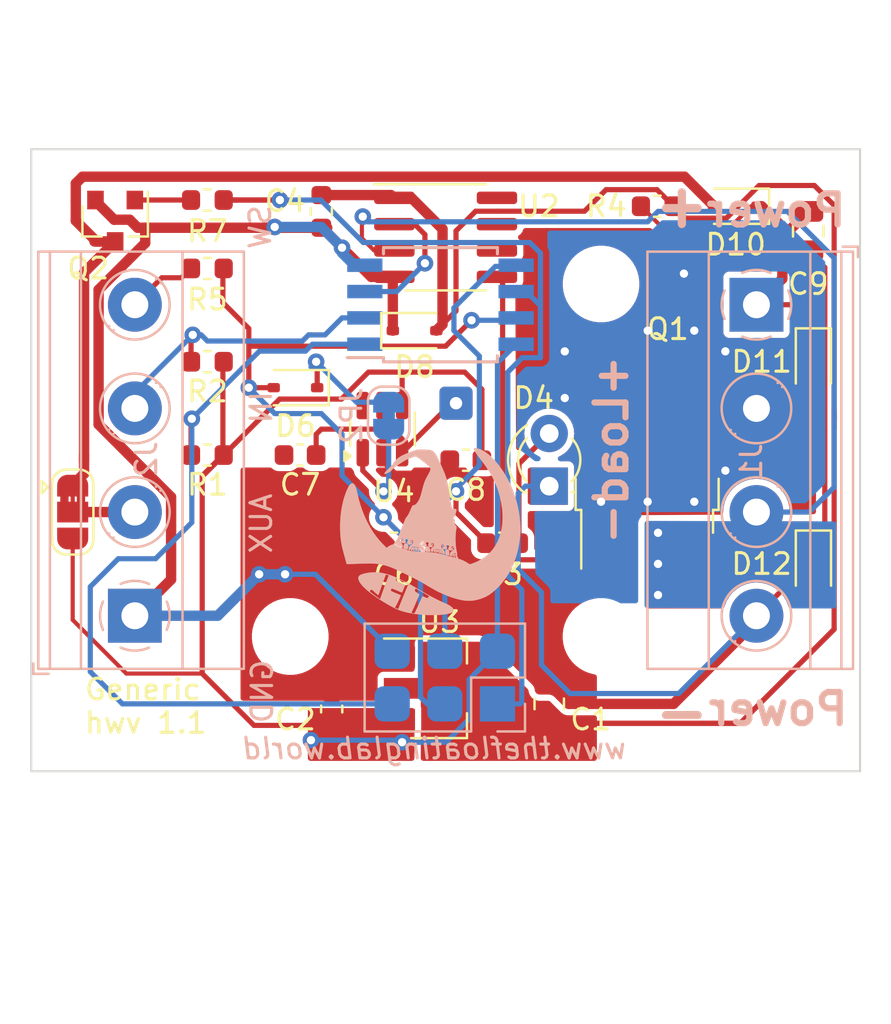
<source format=kicad_pcb>
(kicad_pcb
	(version 20240108)
	(generator "pcbnew")
	(generator_version "8.0")
	(general
		(thickness 1.6)
		(legacy_teardrops no)
	)
	(paper "A4")
	(layers
		(0 "F.Cu" signal)
		(31 "B.Cu" signal)
		(32 "B.Adhes" user "B.Adhesive")
		(33 "F.Adhes" user "F.Adhesive")
		(34 "B.Paste" user)
		(35 "F.Paste" user)
		(36 "B.SilkS" user "B.Silkscreen")
		(37 "F.SilkS" user "F.Silkscreen")
		(38 "B.Mask" user)
		(39 "F.Mask" user)
		(40 "Dwgs.User" user "User.Drawings")
		(41 "Cmts.User" user "User.Comments")
		(42 "Eco1.User" user "User.Eco1")
		(43 "Eco2.User" user "User.Eco2")
		(44 "Edge.Cuts" user)
		(45 "Margin" user)
		(46 "B.CrtYd" user "B.Courtyard")
		(47 "F.CrtYd" user "F.Courtyard")
		(48 "B.Fab" user)
		(49 "F.Fab" user)
	)
	(setup
		(pad_to_mask_clearance 0)
		(allow_soldermask_bridges_in_footprints no)
		(aux_axis_origin 91.5 105)
		(grid_origin 91.5 105)
		(pcbplotparams
			(layerselection 0x00010fc_ffffffff)
			(plot_on_all_layers_selection 0x0000000_00000000)
			(disableapertmacros no)
			(usegerberextensions yes)
			(usegerberattributes no)
			(usegerberadvancedattributes no)
			(creategerberjobfile no)
			(dashed_line_dash_ratio 12.000000)
			(dashed_line_gap_ratio 3.000000)
			(svgprecision 4)
			(plotframeref no)
			(viasonmask no)
			(mode 1)
			(useauxorigin no)
			(hpglpennumber 1)
			(hpglpenspeed 20)
			(hpglpendiameter 15.000000)
			(pdf_front_fp_property_popups yes)
			(pdf_back_fp_property_popups yes)
			(dxfpolygonmode yes)
			(dxfimperialunits yes)
			(dxfusepcbnewfont yes)
			(psnegative no)
			(psa4output no)
			(plotreference yes)
			(plotvalue yes)
			(plotfptext yes)
			(plotinvisibletext no)
			(sketchpadsonfab no)
			(subtractmaskfromsilk yes)
			(outputformat 1)
			(mirror no)
			(drillshape 0)
			(scaleselection 1)
			(outputdirectory "")
		)
	)
	(net 0 "")
	(net 1 "Net-(D12-A)")
	(net 2 "Net-(D10-A)")
	(net 3 "Net-(D6-A)")
	(net 4 "Net-(J3-Pin_1)")
	(net 5 "Net-(J3-Pin_5)")
	(net 6 "Net-(J3-Pin_2)")
	(net 7 "Net-(J3-Pin_4)")
	(net 8 "Net-(J2-Pin_4)")
	(net 9 "Net-(J2-Pin_3)")
	(net 10 "Net-(D11-A)")
	(net 11 "Net-(D10-K)")
	(net 12 "Net-(D12-K)")
	(net 13 "Net-(D8-A2)")
	(net 14 "Net-(D4-A)")
	(net 15 "Net-(Q2-G)")
	(net 16 "Net-(Q1-G)")
	(net 17 "Net-(JP2-B)")
	(net 18 "Net-(J4-Pin_1)")
	(net 19 "unconnected-(U4-Toggle-Pad6)")
	(net 20 "Net-(U1-XTAL2{slash}PB4)")
	(net 21 "unconnected-(U2-NC-Pad8)")
	(net 22 "unconnected-(U2-NC-Pad6)")
	(net 23 "unconnected-(U2-NC-Pad7)")
	(net 24 "Net-(D6-K)")
	(net 25 "Net-(JP4-B)")
	(footprint "Capacitor_SMD:C_0805_2012Metric" (layer "F.Cu") (at 76.5 101.75 90))
	(footprint "Capacitor_SMD:C_0603_1608Metric" (layer "F.Cu") (at 66 102 90))
	(footprint "Capacitor_SMD:C_0603_1608Metric" (layer "F.Cu") (at 65.5 78 -90))
	(footprint "Package_TO_SOT_SMD:TO-252-2" (layer "F.Cu") (at 81.225 89.925 90))
	(footprint "Resistor_SMD:R_0603_1608Metric" (layer "F.Cu") (at 60 89.75 180))
	(footprint "Resistor_SMD:R_0603_1608Metric" (layer "F.Cu") (at 60 85.25 180))
	(footprint "Resistor_SMD:R_0603_1608Metric" (layer "F.Cu") (at 74.25 94))
	(footprint "Package_SO:SOIC-8_3.9x4.9mm_P1.27mm" (layer "F.Cu") (at 71.5 79.25))
	(footprint "Package_TO_SOT_SMD:SOT-89-3" (layer "F.Cu") (at 70.75 101))
	(footprint "MountingHole:MountingHole_3.2mm_M3_DIN965" (layer "F.Cu") (at 79 98.5 180))
	(footprint "MountingHole:MountingHole_3.2mm_M3_DIN965" (layer "F.Cu") (at 79 81.5 180))
	(footprint "MountingHole:MountingHole_3.2mm_M3_DIN965" (layer "F.Cu") (at 64 98.5 180))
	(footprint "MountingHole:MountingHole_3.2mm_M3_DIN965" (layer "F.Cu") (at 64 81.5 180))
	(footprint "Capacitor_SMD:C_0603_1608Metric" (layer "F.Cu") (at 69 94 180))
	(footprint "Resistor_SMD:R_0603_1608Metric" (layer "F.Cu") (at 81.7125 77.75))
	(footprint "Resistor_SMD:R_0603_1608Metric" (layer "F.Cu") (at 60 80.75))
	(footprint "LED_THT:LED_D3.0mm" (layer "F.Cu") (at 76.5 91.25 90))
	(footprint "Package_TO_SOT_SMD:SOT-23" (layer "F.Cu") (at 55.55 78.45 -90))
	(footprint "Resistor_SMD:R_0603_1608Metric" (layer "F.Cu") (at 60 77.45))
	(footprint "Diode_SMD:D_SOD-323" (layer "F.Cu") (at 85.5 77.75 180))
	(footprint "Diode_SMD:D_SOD-323" (layer "F.Cu") (at 89.25 95 -90))
	(footprint "Capacitor_SMD:C_0805_2012Metric" (layer "F.Cu") (at 89 78.95 -90))
	(footprint "Capacitor_SMD:C_0603_1608Metric" (layer "F.Cu") (at 72.475 90 180))
	(footprint "Package_TO_SOT_SMD:SOT-23-6" (layer "F.Cu") (at 68.45 88.5 90))
	(footprint "Diode_SMD:D_SOD-323" (layer "F.Cu") (at 64.25 86.5 180))
	(footprint "Diode_SMD:D_SOD-323" (layer "F.Cu") (at 70 83.75))
	(footprint "Capacitor_SMD:C_0603_1608Metric" (layer "F.Cu") (at 64.475 89.75 180))
	(footprint "Jumper:SolderJumper-3_P1.3mm_Bridged2Bar12_RoundedPad1.0x1.5mm" (layer "F.Cu") (at 53.5 92.5 -90))
	(footprint "Diode_SMD:D_SOD-323" (layer "F.Cu") (at 89.25 85.25 -90))
	(footprint "TerminalBlock_Phoenix:TerminalBlock_Phoenix_MKDS-1,5-4_1x04_P5.00mm_Horizontal" (layer "B.Cu") (at 86.5 82.5 -90))
	(footprint "TerminalBlock_Phoenix:TerminalBlock_Phoenix_MKDS-1,5-4_1x04_P5.00mm_Horizontal" (layer "B.Cu") (at 56.5 97.5 90))
	(footprint "Package_SO:SOIJ-8_5.3x5.3mm_P1.27mm" (layer "B.Cu") (at 71.25 82.5))
	(footprint "projects:SPI_programmer" (layer "B.Cu") (at 74 101.75 90))
	(footprint "projects:tfl-logo09mm"
		(layer "B.Cu")
		(uuid "00000000-0000-0000-0000-000062d9b389")
		(at 70.75 93.5 180)
		(property "Reference" "G***"
			(at 0 0 0)
			(layer "B.SilkS")
			(hide yes)
			(uuid "36487603-55fa-43be-add4-3245a6fadb9d")
			(effects
				(font
					(size 1.524 1.524)
					(thickness 0.3)
				)
				(justify mirror)
			)
		)
		(property "Value" "LOGO"
			(at 0.75 0 0)
			(layer "B.SilkS")
			(hide yes)
			(uuid "74a1f3e5-0417-436e-abac-43fd02b6ca4c")
			(effects
				(font
					(size 1.524 1.524)
					(thickness 0.3)
				)
				(justify mirror)
			)
		)
		(property "Footprint" ""
			(at 0 0 180)
			(unlocked yes)
			(layer "F.Fab")
			(hide yes)
			(uuid "15a3ee32-0a15-44d4-92c4-118949651eee")
			(effects
				(font
					(size 1.27 1.27)
				)
			)
		)
		(property "Datasheet" ""
			(at 0 0 180)
			(unlocked yes)
			(layer "F.Fab")
			(hide yes)
			(uuid "36b6d898-14fa-4629-910b-2327f7ca0def")
			(effects
				(font
					(size 1.27 1.27)
				)
			)
		)
		(property "Description" ""
			(at 0 0 180)
			(unlocked yes)
			(layer "F.Fab")
			(hide yes)
			(uuid "62c5e325-4c91-4f13-b809-96e2af7ba984")
			(effects
				(font
					(size 1.27 1.27)
				)
			)
		)
		(attr through_hole)
		(fp_poly
			(pts
				(xy 1.634858 -0.564263) (xy 1.631692 -0.579127) (xy 1.615642 -0.599642) (xy 1.594886 -0.614451)
				(xy 1.574697 -0.619204) (xy 1.561042 -0.613833) (xy 1.555889 -0.59961) (xy 1.565527 -0.583518) (xy 1.581547 -0.571413)
				(xy 1.608015 -0.55894) (xy 1.626375 -0.557046) (xy 1.634858 -0.564263)
			)
			(stroke
				(width 0.01)
				(type solid)
			)
			(fill solid)
			(layer "B.SilkS")
			(uuid "4fb64168-c6a8-4110-8584-b712ecd86f1c")
		)
		(fp_poly
			(pts
				(xy 1.379867 -0.299565) (xy 1.395796 -0.313834) (xy 1.396775 -0.315048) (xy 1.413578 -0.336409)
				(xy 1.395367 -0.346517) (xy 1.372511 -0.35482) (xy 1.34995 -0.35631) (xy 1.333208 -0.351093) (xy 1.328409 -0.34522)
				(xy 1.329297 -0.328673) (xy 1.33941 -0.310472) (xy 1.354262 -0.29696) (xy 1.364857 -0.293688) (xy 1.379867 -0.299565)
			)
			(stroke
				(width 0.01)
				(type solid)
			)
			(fill solid)
			(layer "B.SilkS")
			(uuid "863c7c41-8afd-44ae-a32d-00ff2a042d47")
		)
		(fp_poly
			(pts
				(xy 0.800854 -0.801242) (xy 0.815158 -0.814709) (xy 0.822995 -0.832941) (xy 0.822698 -0.849947)
				(xy 0.816652 -0.85798) (xy 0.794063 -0.865128) (xy 0.768805 -0.863332) (xy 0.748082 -0.85356) (xy 0.742984 -0.848085)
				(xy 0.736599 -0.828674) (xy 0.742663 -0.811544) (xy 0.757756 -0.799461) (xy 0.778458 -0.795194)
				(xy 0.800854 -0.801242)
			)
			(stroke
				(width 0.01)
				(type solid)
			)
			(fill solid)
			(layer "B.SilkS")
			(uuid "76e2965c-453f-4d59-8473-2e565f33c4df")
		)
		(fp_poly
			(pts
				(xy -0.283858 -0.888218) (xy -0.277222 -0.893503) (xy -0.263722 -0.91338) (xy -0.265677 -0.933057)
				(xy -0.279579 -0.948081) (xy -0.301749 -0.959167) (xy -0.316952 -0.956939) (xy -0.322277 -0.949287)
				(xy -0.324537 -0.933947) (xy -0.324076 -0.912326) (xy -0.324012 -0.911649) (xy -0.316937 -0.889895)
				(xy -0.302748 -0.881773) (xy -0.283858 -0.888218)
			)
			(stroke
				(width 0.01)
				(type solid)
			)
			(fill solid)
			(layer "B.SilkS")
			(uuid "e7d5acd0-f6e9-4627-84fe-38e2d302a6a6")
		)
		(fp_poly
			(pts
				(xy -0.59727 -0.600327) (xy -0.584009 -0.612469) (xy -0.578779 -0.627392) (xy -0.583678 -0.640744)
				(xy -0.591993 -0.646057) (xy -0.614331 -0.650699) (xy -0.634736 -0.648788) (xy -0.64706 -0.641037)
				(xy -0.647767 -0.639589) (xy -0.647501 -0.621202) (xy -0.63666 -0.604384) (xy -0.619784 -0.595557)
				(xy -0.616464 -0.595313) (xy -0.59727 -0.600327)
			)
			(stroke
				(width 0.01)
				(type solid)
			)
			(fill solid)
			(layer "B.SilkS")
			(uuid "a99657d4-b3d6-40a3-9b7c-5cea57a40839")
		)
		(fp_poly
			(pts
				(xy -1.160612 -1.109819) (xy -1.15492 -1.134364) (xy -1.154906 -1.135928) (xy -1.156549 -1.154468)
				(xy -1.164417 -1.162569) (xy -1.179124 -1.165213) (xy -1.205134 -1.161329) (xy -1.217543 -1.151891)
				(xy -1.227293 -1.131862) (xy -1.222986 -1.112982) (xy -1.206059 -1.099855) (xy -1.200774 -1.098193)
				(xy -1.176136 -1.097565) (xy -1.160612 -1.109819)
			)
			(stroke
				(width 0.01)
				(type solid)
			)
			(fill solid)
			(layer "B.SilkS")
			(uuid "3965e031-e759-4708-a201-4ec65c8cbb93")
		)
		(fp_poly
			(pts
				(xy -0.100298 -0.526331) (xy -0.091441 -0.536418) (xy -0.087277 -0.553119) (xy -0.088974 -0.568549)
				(xy -0.093266 -0.573903) (xy -0.104765 -0.578061) (xy -0.121221 -0.582504) (xy -0.139069 -0.583843)
				(xy -0.147882 -0.575569) (xy -0.148281 -0.574585) (xy -0.148178 -0.555812) (xy -0.13723 -0.53835)
				(xy -0.120065 -0.526853) (xy -0.101307 -0.52597) (xy -0.100298 -0.526331)
			)
			(stroke
				(width 0.01)
				(type solid)
			)
			(fill solid)
			(layer "B.SilkS")
			(uuid "cdf53191-e7fc-448a-a23c-b7a9fe0debd2")
		)
		(fp_poly
			(pts
				(xy -1.10268 -0.686303) (xy -1.08419 -0.692569) (xy -1.066697 -0.701717) (xy -1.056429 -0.710894)
				(xy -1.055687 -0.713349) (xy -1.06259 -0.727163) (xy -1.07919 -0.73859) (xy -1.099325 -0.745067)
				(xy -1.116831 -0.744036) (xy -1.121833 -0.740833) (xy -1.126776 -0.727653) (xy -1.126503 -0.708892)
				(xy -1.121839 -0.692246) (xy -1.115935 -0.68577) (xy -1.10268 -0.686303)
			)
			(stroke
				(width 0.01)
				(type solid)
			)
			(fill solid)
			(layer "B.SilkS")
			(uuid "68c84814-edd8-4d97-a823-d4dc020a9b33")
		)
		(fp_poly
			(pts
				(xy 0.89653 -0.390561) (xy 0.912937 -0.398175) (xy 0.924297 -0.413145) (xy 0.92822 -0.430053) (xy 0.922319 -0.443482)
				(xy 0.920462 -0.444846) (xy 0.902353 -0.45103) (xy 0.879682 -0.452421) (xy 0.858638 -0.449402) (xy 0.845408 -0.442354)
				(xy 0.84409 -0.440127) (xy 0.845609 -0.424664) (xy 0.857514 -0.408321) (xy 0.875202 -0.395449) (xy 0.894071 -0.390398)
				(xy 0.89653 -0.390561)
			)
			(stroke
				(width 0.01)
				(type solid)
			)
			(fill solid)
			(layer "B.SilkS")
			(uuid "d7f537cb-1de3-4e5b-aad2-e97b30082e26")
		)
		(fp_poly
			(pts
				(xy 0.599929 -0.806021) (xy 0.614389 -0.818905) (xy 0.619125 -0.837811) (xy 0.612994 -0.860943)
				(xy 0.594285 -0.875206) (xy 0.562527 -0.880918) (xy 0.555058 -0.881063) (xy 0.531366 -0.880151)
				(xy 0.519639 -0.876422) (xy 0.516026 -0.86838) (xy 0.515938 -0.865893) (xy 0.522245 -0.850659) (xy 0.53809 -0.832606)
				(xy 0.558852 -0.816099) (xy 0.579776 -0.805549) (xy 0.599929 -0.806021)
			)
			(stroke
				(width 0.01)
				(type solid)
			)
			(fill solid)
			(layer "B.SilkS")
			(uuid "7c631d6e-0bf8-4291-b7a8-3d451284856b")
		)
		(fp_poly
			(pts
				(xy 0.390267 -0.461722) (xy 0.403852 -0.46718) (xy 0.408572 -0.481443) (xy 0.408781 -0.488156) (xy 0.407486 -0.503215)
				(xy 0.400658 -0.510586) (xy 0.383886 -0.513702) (xy 0.375047 -0.51441) (xy 0.353606 -0.514914) (xy 0.343727 -0.511267)
				(xy 0.341313 -0.501929) (xy 0.341313 -0.501749) (xy 0.348268 -0.482398) (xy 0.36522 -0.467356) (xy 0.3863 -0.461425)
				(xy 0.390267 -0.461722)
			)
			(stroke
				(width 0.01)
				(type solid)
			)
			(fill solid)
			(layer "B.SilkS")
			(uuid "ad9d89c2-a4da-4e43-b780-fc5c4ccdb70c")
		)
		(fp_poly
			(pts
				(xy -0.425915 -0.91251) (xy -0.421155 -0.927812) (xy -0.420687 -0.940316) (xy -0.422036 -0.956733)
				(xy -0.428725 -0.966858) (xy -0.444718 -0.974877) (xy -0.45782 -0.979535) (xy -0.481233 -0.987493)
				(xy -0.493736 -0.991004) (xy -0.499535 -0.990462) (xy -0.502839 -0.986263) (xy -0.504247 -0.983901)
				(xy -0.504015 -0.970674) (xy -0.493622 -0.952605) (xy -0.476033 -0.933785) (xy -0.45852 -0.920782)
				(xy -0.437628 -0.910549) (xy -0.425915 -0.91251)
			)
			(stroke
				(width 0.01)
				(type solid)
			)
			(fill solid)
			(layer "B.SilkS")
			(uuid "3228e1e0-249b-4f33-b871-1ed20a8deaa0")
		)
		(fp_poly
			(pts
				(xy 0.15707 -0.64574) (xy 0.191922 -0.658439) (xy 0.217219 -0.682932) (xy 0.232559 -0.718042) (xy 0.237538 -0.76259)
				(xy 0.231752 -0.815399) (xy 0.224905 -0.843793) (xy 0.216082 -0.869686) (xy 0.204702 -0.888239)
				(xy 0.188178 -0.900639) (xy 0.163923 -0.908074) (xy 0.129351 -0.911732) (xy 0.081875 -0.912802)
				(xy 0.074641 -0.912813) (xy -0.009977 -0.912813) (xy -0.006335 -0.851297) (xy 0.001806 -0.793596)
				(xy 0.018292 -0.742458) (xy 0.041836 -0.701526) (xy 0.049997 -0.691873) (xy 0.079577 -0.667577)
				(xy 0.113478 -0.651168) (xy 0.146291 -0.644976) (xy 0.15707 -0.64574)
			)
			(stroke
				(width 0.01)
				(type solid)
			)
			(fill solid)
			(layer "B.SilkS")
			(uuid "0c374d69-3ec8-4ac8-b379-069ecbdbc655")
		)
		(fp_poly
			(pts
				(xy -0.781319 -0.804308) (xy -0.758968 -0.818424) (xy -0.743774 -0.837526) (xy -0.734824 -0.86427)
				(xy -0.731205 -0.901313) (xy -0.731864 -0.948258) (xy -0.73417 -0.98379) (xy -0.737488 -1.014468)
				(xy -0.741294 -1.03608) (xy -0.743651 -1.043047) (xy -0.755583 -1.053138) (xy -0.779249 -1.064938)
				(xy -0.810516 -1.076453) (xy -0.856566 -1.089413) (xy -0.889546 -1.094624) (xy -0.910205 -1.092153)
				(xy -0.917583 -1.08614) (xy -0.921882 -1.071038) (xy -0.924988 -1.044314) (xy -0.926837 -1.010182)
				(xy -0.927367 -0.972854) (xy -0.926515 -0.936543) (xy -0.924215 -0.905463) (xy -0.920612 -0.884537)
				(xy -0.903562 -0.846053) (xy -0.878188 -0.817432) (xy -0.847107 -0.80018) (xy -0.812936 -0.795805)
				(xy -0.781319 -0.804308)
			)
			(stroke
				(width 0.01)
				(type solid)
			)
			(fill solid)
			(layer "B.SilkS")
			(uuid "d437b766-082d-43ca-8be4-71f3b2c6451c")
		)
		(fp_poly
			(pts
				(xy 1.219701 -0.516207) (xy 1.229557 -0.522115) (xy 1.248243 -0.543462) (xy 1.265187 -0.576099)
				(xy 1.278671 -0.61544) (xy 1.286976 -0.656901) (xy 1.288739 -0.679999) (xy 1.287313 -0.712364) (xy 1.279828 -0.73665)
				(xy 1.263996 -0.755334) (xy 1.237528 -0.770893) (xy 1.198133 -0.785805) (xy 1.187918 -0.789113)
				(xy 1.155883 -0.799278) (xy 1.135275 -0.80534) (xy 1.122338 -0.807839) (xy 1.113317 -0.807312) (xy 1.104455 -0.804297)
				(xy 1.098622 -0.801907) (xy 1.083867 -0.789828) (xy 1.073739 -0.772645) (xy 1.065122 -0.743305)
				(xy 1.057904 -0.708173) (xy 1.052859 -0.672609) (xy 1.05076 -0.641974) (xy 1.05211 -0.622689) (xy 1.064002 -0.589662)
				(xy 1.082559 -0.557494) (xy 1.104257 -0.531497) (xy 1.120875 -0.519034) (xy 1.153517 -0.508694)
				(xy 1.188615 -0.507813) (xy 1.219701 -0.516207)
			)
			(stroke
				(width 0.01)
				(type solid)
			)
			(fill solid)
			(layer "B.SilkS")
			(uuid "5008fdbc-78b6-4a28-99d7-0005828ebe2d")
		)
		(fp_poly
			(pts
				(xy 0.832223 -0.712054) (xy 0.868347 -0.72202) (xy 0.894303 -0.738674) (xy 0.911326 -0.76248) (xy 0.920656 -0.793901)
				(xy 0.923229 -0.819674) (xy 0.923351 -0.840874) (xy 0.919156 -0.851008) (xy 0.907568 -0.854838)
				(xy 0.899957 -0.855691) (xy 0.881994 -0.85499) (xy 0.869305 -0.846006) (xy 0.859245 -0.831067) (xy 0.839081 -0.808358)
				(xy 0.809699 -0.788158) (xy 0.777537 -0.774172) (xy 0.753074 -0.769938) (xy 0.726052 -0.775241)
				(xy 0.710002 -0.791601) (xy 0.704357 -0.819691) (xy 0.70447 -0.827865) (xy 0.702099 -0.856649) (xy 0.692931 -0.874824)
				(xy 0.678247 -0.880305) (xy 0.67297 -0.879168) (xy 0.665243 -0.870348) (xy 0.655365 -0.850809) (xy 0.646906 -0.828808)
				(xy 0.637165 -0.802509) (xy 0.628577 -0.787867) (xy 0.618265 -0.781186) (xy 0.60835 -0.77925) (xy 0.57953 -0.780863)
				(xy 0.552225 -0.793651) (xy 0.523974 -0.819105) (xy 0.504815 -0.842017) (xy 0.479461 -0.87104) (xy 0.458212 -0.886449)
				(xy 0.439018 -0.889266) (xy 0.423105 -0.882725) (xy 0.417596 -0.872358) (xy 0.419448 -0.851146)
				(xy 0.420594 -0.845758) (xy 0.432657 -0.81121) (xy 0.452689 -0.783134) (xy 0.482212 -0.760682) (xy 0.522748 -0.743006)
				(xy 0.575817 -0.729257) (xy 0.642943 -0.718588) (xy 0.650457 -0.717662) (xy 0.724516 -0.710338)
				(xy 0.784692 -0.708315) (xy 0.832223 -0.712054)
			)
			(stroke
				(width 0.01)
				(type solid)
			)
			(fill solid)
			(layer "B.SilkS")
			(uuid "f7020f42-469c-4c01-b87b-ecd115faa5ce")
		)
		(fp_poly
			(pts
				(xy -0.185574 -0.81587) (xy -0.176558 -0.839441) (xy -0.174625 -0.866276) (xy -0.176235 -0.892785)
				(xy -0.180315 -0.914622) (xy -0.182842 -0.921272) (xy -0.195861 -0.933785) (xy -0.211632 -0.935518)
				(xy -0.223911 -0.926366) (xy -0.22582 -0.922005) (xy -0.238702 -0.900589) (xy -0.259695 -0.882273)
				(xy -0.28264 -0.871956) (xy -0.289817 -0.871141) (xy -0.312212 -0.877953) (xy -0.335694 -0.895758)
				(xy -0.355983 -0.920609) (xy -0.366755 -0.942113) (xy -0.375253 -0.960919) (xy -0.381811 -0.967848)
				(xy -0.384555 -0.962024) (xy -0.38318 -0.949774) (xy -0.386675 -0.927332) (xy -0.398796 -0.908884)
				(xy -0.414305 -0.894083) (xy -0.428989 -0.890319) (xy -0.440974 -0.892371) (xy -0.458708 -0.901053)
				(xy -0.479929 -0.917147) (xy -0.500564 -0.936738) (xy -0.516541 -0.955914) (xy -0.523786 -0.97076)
				(xy -0.523875 -0.972031) (xy -0.530093 -0.982859) (xy -0.545537 -0.996145) (xy -0.550609 -0.999478)
				(xy -0.569982 -1.011014) (xy -0.58058 -1.015242) (xy -0.586966 -1.013461) (xy -0.590021 -1.010708)
				(xy -0.594849 -0.999464) (xy -0.592291 -0.980879) (xy -0.58183 -0.952628) (xy -0.572464 -0.932011)
				(xy -0.557358 -0.904224) (xy -0.540967 -0.880356) (xy -0.528785 -0.867346) (xy -0.510566 -0.857679)
				(xy -0.480016 -0.847976) (xy -0.436233 -0.83803) (xy -0.378311 -0.827631) (xy -0.313531 -0.817741)
				(xy -0.280645 -0.812904) (xy -0.249805 -0.808181) (xy -0.229584 -0.804909) (xy -0.202902 -0.804746)
				(xy -0.185574 -0.81587)
			)
			(stroke
				(width 0.01)
				(type solid)
			)
			(fill solid)
			(layer "B.SilkS")
			(uuid "efeece9f-ebc3-4c0d-9b64-150bb86fcf57")
		)
		(fp_poly
			(pts
				(xy 2.74704 -1.909565) (xy 2.821699 -1.912193) (xy 2.889304 -1.916619) (xy 2.946051 -1.922843) (xy 2.948781 -1.923238)
				(xy 3.061587 -1.941554) (xy 3.159156 -1.961366) (xy 3.242089 -1.983055) (xy 3.310984 -2.006999)
				(xy 3.36644 -2.033579) (xy 3.409058 -2.063174) (xy 3.439437 -2.096165) (xy 3.458175 -2.132931) (xy 3.465873 -2.173851)
				(xy 3.463129 -2.219306) (xy 3.45758 -2.245629) (xy 3.432689 -2.315521) (xy 3.392661 -2.390036) (xy 3.33753 -2.469129)
				(xy 3.267332 -2.552756) (xy 3.182103 -2.640872) (xy 3.081877 -2.733434) (xy 3.042878 -2.767199)
				(xy 2.934897 -2.856063) (xy 2.817759 -2.946649) (xy 2.693189 -3.037909) (xy 2.562911 -3.128791)
				(xy 2.428649 -3.218248) (xy 2.292127 -3.305228) (xy 2.15507 -3.388683) (xy 2.019201 -3.467563) (xy 1.886246 -3.540818)
				(xy 1.757928 -3.607399) (xy 1.635971 -3.666255) (xy 1.522101 -3.716339) (xy 1.41804 -3.756599) (xy 1.416844 -3.757023)
				(xy 1.294449 -3.7961) (xy 1.158452 -3.831764) (xy 1.010801 -3.863799) (xy 0.853441 -3.891989) (xy 0.688321 -3.916117)
				(xy 0.517387 -3.935969) (xy 0.342588 -3.951327) (xy 0.16587 -3.961976) (xy -0.010819 -3.9677) (xy -0.185532 -3.968282)
				(xy -0.356321 -3.963507) (xy -0.416719 -3.960421) (xy -0.509511 -3.953841) (xy -0.601286 -3.944994)
				(xy -0.689698 -3.934242) (xy -0.7724 -3.921945) (xy -0.847047 -3.908462) (xy -0.911293 -3.894155)
				(xy -0.96279 -3.879383) (xy -0.9767 -3.874425) (xy -1.037108 -3.846594) (xy -1.082177 -3.815134)
				(xy -1.111924 -3.780434) (xy -1.126367 -3.742885) (xy -1.125525 -3.702879) (xy -1.109415 -3.660805)
				(xy -1.078056 -3.617055) (xy -1.031464 -3.572019) (xy -0.969659 -3.526087) (xy -0.960437 -3.520026)
				(xy -0.917875 -3.493964) (xy -0.869728 -3.46761) (xy -0.813717 -3.439841) (xy -0.74756 -3.409535)
				(xy -0.668976 -3.375569) (xy -0.654844 -3.369614) (xy -0.566589 -3.330937) (xy -0.466686 -3.284281)
				(xy -0.356696 -3.230472) (xy -0.238181 -3.170336) (xy -0.112702 -3.104697) (xy -0.026338 -3.058298)
				(xy 0.051483 -3.058298) (xy 0.055032 -3.067144) (xy 0.06262 -3.078285) (xy 0.064167 -3.08049) (xy 0.092137 -3.11732)
				(xy 0.115295 -3.140339) (xy 0.134666 -3.150495) (xy 0.140641 -3.151188) (xy 0.154411 -3.147906)
				(xy 0.179235 -3.138908) (xy 0.211913 -3.125464) (xy 0.249243 -3.108842) (xy 0.260054 -3.103811)
				(xy 0.296672 -3.08715) (xy 0.328111 -3.073882) (xy 0.351653 -3.065075) (xy 0.36458 -3.061798) (xy 0.366079 -3.062139)
				(xy 0.370344 -3.070284) (xy 0.380561 -3.091442) (xy 0.396066 -3.124193) (xy 0.416198 -3.167118)
				(xy 0.440291 -3.218799) (xy 0.467685 -3.277816) (xy 0.497714 -3.342751) (xy 0.529716 -3.412184)
				(xy 0.531975 -3.417094) (xy 0.565211 -3.489222) (xy 0.597443 -3.558953) (xy 0.627859 -3.624551)
				(xy 0.655651 -3.684275) (xy 0.680006 -3.736386) (xy 0.700115 -3.779147) (xy 0.715166 -3.810817)
				(xy 0.72386 -3.828685) (xy 0.75507 -3.891026) (xy 0.792269 -3.885584) (xy 0.825043 -3.880222) (xy 0.859497 -3.873776)
				(xy 0.866629 -3.872311) (xy 0.903789 -3.86448) (xy 0.892388 -3.832167) (xy 0.882726 -3.808647) (xy 0.868316 -3.777944)
				(xy 0.852263 -3.746673) (xy 0.852133 -3.746431) (xy 0.843185 -3.728359) (xy 0.82878 -3.697371) (xy 0.809667 -3.655162)
				(xy 0.786599 -3.603426) (xy 0.760327 -3.543858) (xy 0.731602 -3.478153) (xy 0.701175 -3.408005)
				(xy 0.670511 -3.33677) (xy 0.517743 -2.980531) (xy 0.546606 -2.954398) (xy 0.565173 -2.939158) (xy 0.59293 -2.918276)
				(xy 0.625766 -2.894781) (xy 0.65222 -2.876615) (xy 0.692212 -2.848558) (xy 0.719553 -2.825688) (xy 0.735521 -2.80558)
				(xy 0.741399 -2.785809) (xy 0.738465 -2.763951) (xy 0.727999 -2.737582) (xy 0.726882 -2.73522) (xy 0.714952 -2.711012)
				(xy 0.704858 -2.69194) (xy 0.700531 -2.684749) (xy 0.694807 -2.684012) (xy 0.681458 -2.688479) (xy 0.659513 -2.698655)
				(xy 0.627999 -2.715049) (xy 0.585947 -2.738167) (xy 0.532385 -2.768516) (xy 0.466341 -2.806603)
				(xy 0.459838 -2.810377) (xy 0.400476 -2.84481) (xy 0.341955 -2.878683) (xy 0.286604 -2.910656) (xy 0.23675 -2.939385)
				(xy 0.194721 -2.963529) (xy 0.162845 -2.981744) (xy 0.150813 -2.988564) (xy 0.109956 -3.01162) (xy 0.081209 -3.028409)
				(xy 0.062957 -3.040643) (xy 0.053586 -3.050035) (xy 0.051483 -3.058298) (xy -0.026338 -3.058298)
				(xy 0.018177 -3.034383) (xy 0.152897 -2.960217) (xy 0.289896 -2.883025) (xy 0.427611 -2.803634)
				(xy 0.531813 -2.742321) (xy 0.651391 -2.671576) (xy 0.759079 -2.608431) (xy 0.856412 -2.552022)
				(xy 0.944928 -2.501481) (xy 0.986685 -2.478074) (xy 1.049756 -2.478074) (xy 1.052765 -2.491127)
				(xy 1.061826 -2.512918) (xy 1.065717 -2.521671) (xy 1.074777 -2.542619) (xy 1.089104 -2.576542)
				(xy 1.108029 -2.621811) (xy 1.130883 -2.676795) (xy 1.156999 -2.739865) (xy 1.185707 -2.80939) (xy 1.216338 -2.883739)
				(xy 1.248225 -2.961283) (xy 1.280698 -3.040392) (xy 1.313089 -3.119436) (xy 1.344729 -3.196783)
				(xy 1.37495 -3.270805) (xy 1.403083 -3.33987) (xy 1.428459 -3.40235) (xy 1.45041 -3.456612) (xy 1.468267 -3.501029)
				(xy 1.481361 -3.533968) (xy 1.48882 -3.553249) (xy 1.506087 -3.598994) (xy 1.519247 -3.631762) (xy 1.529529 -3.653528)
				(xy 1.538161 -3.666266) (xy 1.546369 -3.671952) (xy 1.555382 -3.672559) (xy 1.562148 -3.671193)
				(xy 1.579453 -3.665341) (xy 1.605831 -3.654733) (xy 1.636048 -3.641492) (xy 1.640949 -3.639243)
				(xy 1.667818 -3.626243) (xy 1.688013 -3.615356) (xy 1.698087 -3.608477) (xy 1.698625 -3.607539)
				(xy 1.694763 -3.597616) (xy 1.684639 -3.578128) (xy 1.67044 -3.552949) (xy 1.654357 -3.525952) (xy 1.638579 -3.501008)
				(xy 1.637331 -3.49912) (xy 1.627851 -3.482788) (xy 1.613578 -3.455536) (xy 1.59546 -3.419395) (xy 1.574445 -3.3764)
				(xy 1.55148 -3.328582) (xy 1.527515 -3.277974) (xy 1.503496 -3.226608) (xy 1.480374 -3.176519) (xy 1.459094 -3.129737)
				(xy 1.440606 -3.088296) (xy 1.425858 -3.054228) (xy 1.415798 -3.029566) (xy 1.411373 -3.016343)
				(xy 1.411384 -3.014722) (xy 1.419849 -3.010384) (xy 1.441111 -3.000809) (xy 1.47329 -2.986804) (xy 1.514507 -2.969178)
				(xy 1.562879 -2.948741) (xy 1.616526 -2.926299) (xy 1.631156 -2.920216) (xy 1.699674 -2.891621)
				(xy 1.754954 -2.868138) (xy 1.7985 -2.848985) (xy 1.831813 -2.833375) (xy 1.856396 -2.820526) (xy 1.873751 -2.809652)
				(xy 1.885379 -2.799968) (xy 1.892783 -2.790691) (xy 1.897417 -2.781161) (xy 1.899797 -2.754751)
				(xy 1.889922 -2.728498) (xy 1.870898 -2.706566) (xy 1.845829 -2.693121) (xy 1.830081 -2.69085) (xy 1.816769 -2.693948)
				(xy 1.790943 -2.702702) (xy 1.754601 -2.716335) (xy 1.709744 -2.734068) (xy 1.658368 -2.755123)
				(xy 1.602474 -2.778723) (xy 1.584537 -2.786436) (xy 1.529022 -2.810215) (xy 1.478083 -2.831661)
				(xy 1.433572 -2.850023) (xy 1.397339 -2.864552) (xy 1.371235 -2.874497) (xy 1.357111 -2.87911) (xy 1.355263 -2.879306)
				(xy 1.350575 -2.871631) (xy 1.341247 -2.851638) (xy 1.328291 -2.821844) (xy 1.312717 -2.784768)
				(xy 1.295535 -2.742926) (xy 1.277756 -2.698837) (xy 1.260391 -2.655019) (xy 1.24445 -2.613988) (xy 1.230944 -2.578262)
				(xy 1.220883 -2.55036) (xy 1.215279 -2.532798) (xy 1.21446 -2.528534) (xy 1.221391 -2.523141) (xy 1.240932 -2.512153)
				(xy 1.271224 -2.496505) (xy 1.310408 -2.477133) (xy 1.356625 -2.454974) (xy 1.408015 -2.430964)
				(xy 1.410914 -2.429627) (xy 1.463904 -2.405021) (xy 1.513107 -2.381824) (xy 1.556383 -2.361073)
				(xy 1.591593 -2.343804) (xy 1.616596 -2.331054) (xy 1.629153 -2.323928) (xy 1.648281 -2.305689)
				(xy 1.655656 -2.283981) (xy 1.6516 -2.255922) (xy 1.640025 -2.226273) (xy 1.628046 -2.201741) (xy 1.619017 -2.189119)
				(xy 1.610113 -2.185534) (xy 1.60156 -2.187122) (xy 1.581671 -2.19463) (xy 1.550694 -2.208147) (xy 1.510678 -2.22664)
				(xy 1.46367 -2.249073) (xy 1.411718 -2.274413) (xy 1.356871 -2.301625) (xy 1.301175 -2.329675) (xy 1.246679 -2.357528)
				(xy 1.195431 -2.384149) (xy 1.149478 -2.408505) (xy 1.110867 -2.429561) (xy 1.081648 -2.446282)
				(xy 1.063867 -2.457634) (xy 1.060346 -2.460509) (xy 1.052413 -2.46934) (xy 1.049756 -2.478074) (xy 0.986685 -2.478074)
				(xy 1.026165 -2.455944) (xy 1.10166 -2.414545) (xy 1.172951 -2.376418) (xy 1.241574 -2.340697) (xy 1.277973 -2.322149)
				(xy 1.439281 -2.242785) (xy 1.590392 -2.173222) (xy 1.733079 -2.11283) (xy 1.869112 -2.060981) (xy 1.904354 -2.049175)
				(xy 1.996304 -2.049175) (xy 1.99848 -2.056925) (xy 2.005822 -2.078008) (xy 2.017781 -2.110949) (xy 2.033808 -2.15427)
				(xy 2.053353 -2.206494) (xy 2.075868 -2.266147) (xy 2.100802 -2.331749) (xy 2.12431 -2.393232) (xy 2.154453 -2.472465)
				(xy 2.185485 -2.555146) (xy 2.216356 -2.638406) (xy 2.246019 -2.719375) (xy 2.273423 -2.795185)
				(xy 2.297521 -2.862965) (xy 2.317264 -2.919846) (xy 2.323026 -2.936875) (xy 2.341817 -2.992322)
				(xy 2.359785 -3.044268) (xy 2.376087 -3.09036) (xy 2.389881 -3.128246) (xy 2.400325 -3.155573) (xy 2.406251 -3.169365)
				(xy 2.421585 -3.19945) (xy 2.486746 -3.153716) (xy 2.520524 -3.129909) (xy 2.561513 -3.100868) (xy 2.604033 -3.070626)
				(xy 2.635405 -3.048226) (xy 2.673345 -3.020566) (xy 2.718546 -2.98683) (xy 2.765887 -2.950879) (xy 2.81025 -2.916576)
				(xy 2.81932 -2.909463) (xy 2.919737 -2.830457) (xy 2.907534 -2.806275) (xy 2.886667 -2.772792) (xy 2.864152 -2.753435)
				(xy 2.837853 -2.746463) (xy 2.83407 -2.746375) (xy 2.819363 -2.747204) (xy 2.805518 -2.750653) (xy 2.790498 -2.758168)
				(xy 2.772265 -2.771193) (xy 2.748783 -2.791174) (xy 2.718014 -2.819554) (xy 2.680507 -2.855297)
				(xy 2.640285 -2.892548) (xy 2.601328 -2.926143) (xy 2.565711 -2.954493) (xy 2.535507 -2.976007)
				(xy 2.512791 -2.989098) (xy 2.501556 -2.992438) (xy 2.498947 -2.991778) (xy 2.495964 -2.989022)
				(xy 2.492163 -2.983009) (xy 2.487101 -2.972575) (xy 2.480333 -2.956558) (xy 2.471415 -2.933794)
				(xy 2.459904 -2.903121) (xy 2.445356 -2.863376) (xy 2.427327 -2.813396) (xy 2.405373 -2.752018)
				(xy 2.37905 -2.67808) (xy 2.347915 -2.590419) (xy 2.345514 -2.583656) (xy 2.306188 -2.473199) (xy 2.270358 -2.373252)
				(xy 2.238239 -2.284399) (xy 2.210048 -2.207221) (xy 2.185999 -2.142301) (xy 2.166307 -2.090223)
				(xy 2.151188 -2.051568) (xy 2.140858 -2.02692) (xy 2.136476 -2.018124) (xy 2.129756 -2.014108) (xy 2.115489 -2.014614)
				(xy 2.090988 -2.019985) (xy 2.064713 -2.027286) (xy 2.034777 -2.036206) (xy 2.011295 -2.043613)
				(xy 1.997958 -2.048324) (xy 1.996304 -2.049175) (xy 1.904354 -2.049175) (xy 2.000263 -2.017046)
				(xy 2.128305 -1.980395) (xy 2.255008 -1.950399) (xy 2.382144 -1.926429) (xy 2.401094 -1.923357)
				(xy 2.453954 -1.91701) (xy 2.518784 -1.912457) (xy 2.591778 -1.909697) (xy 2.669131 -1.908733) (xy 2.74704 -1.909565)
			)
			(stroke
				(width 0.01)
				(type solid)
			)
			(fill solid)
			(layer "B.SilkS")
			(uuid "2ea89e02-9954-4a58-b577-5e24bc1b2b54")
		)
		(fp_poly
			(pts
				(xy -2.174573 4.078313) (xy -2.123281 4.075906) (xy -2.120743 4.049421) (xy -2.124131 4.020625)
				(xy -2.138693 3.980766) (xy -2.164347 3.929979) (xy -2.201014 3.868397) (xy -2.248611 3.796152)
				(xy -2.307057 3.71338) (xy -2.376272 3.620212) (xy -2.40109 3.587695) (xy -2.489204 3.472305) (xy -2.568051 3.3676)
				(xy -2.638589 3.27212) (xy -2.701776 3.184407) (xy -2.758572 3.103002) (xy -2.809934 3.026447) (xy -2.856821 2.953282)
				(xy -2.900191 2.88205) (xy -2.941003 2.811291) (xy -2.980214 2.739547) (xy -3.018784 2.665358) (xy -3.055554 2.591594)
				(xy -3.158686 2.365908) (xy -3.24804 2.137702) (xy -3.324085 1.905345) (xy -3.387289 1.667205) (xy -3.438122 1.42165)
				(xy -3.47705 1.167049) (xy -3.486166 1.091406) (xy -3.48945 1.052285) (xy -3.492087 1.000331) (xy -3.494079 0.938371)
				(xy -3.495424 0.869231) (xy -3.496124 0.795737) (xy -3.496177 0.720715) (xy -3.495583 0.646991)
				(xy -3.494343 0.577392) (xy -3.492456 0.514742) (xy -3.489922 0.461869) (xy -3.486741 0.421599)
				(xy -3.486196 0.416719) (xy -3.461491 0.242138) (xy -3.429597 0.079555) (xy -3.38982 -0.073518)
				(xy -3.341463 -0.219571) (xy -3.283833 -0.361092) (xy -3.246642 -0.440531) 
... [135849 chars truncated]
</source>
